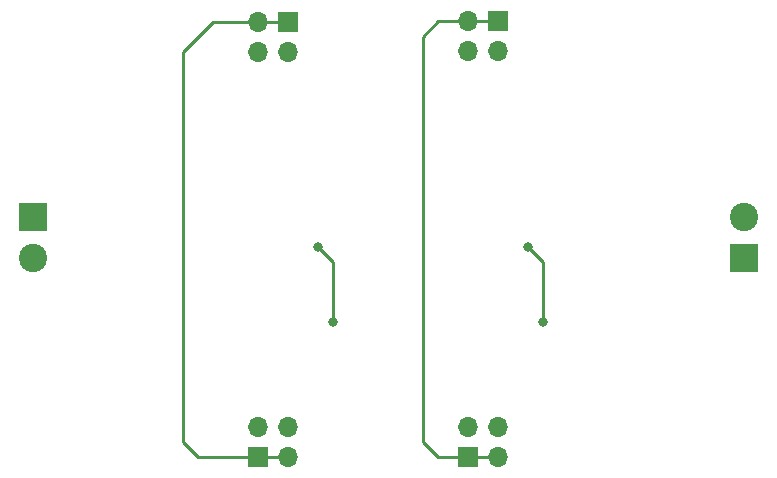
<source format=gbr>
%TF.GenerationSoftware,KiCad,Pcbnew,6.0.0-rc2-unknown-160328abc7~144~ubuntu21.10.1*%
%TF.CreationDate,2021-12-28T14:59:46+01:00*%
%TF.ProjectId,AbcTestBoard,41626354-6573-4744-926f-6172642e6b69,rev?*%
%TF.SameCoordinates,Original*%
%TF.FileFunction,Copper,L2,Bot*%
%TF.FilePolarity,Positive*%
%FSLAX46Y46*%
G04 Gerber Fmt 4.6, Leading zero omitted, Abs format (unit mm)*
G04 Created by KiCad (PCBNEW 6.0.0-rc2-unknown-160328abc7~144~ubuntu21.10.1) date 2021-12-28 14:59:46*
%MOMM*%
%LPD*%
G01*
G04 APERTURE LIST*
%TA.AperFunction,ComponentPad*%
%ADD10R,1.700000X1.700000*%
%TD*%
%TA.AperFunction,ComponentPad*%
%ADD11O,1.700000X1.700000*%
%TD*%
%TA.AperFunction,ComponentPad*%
%ADD12R,2.400000X2.400000*%
%TD*%
%TA.AperFunction,ComponentPad*%
%ADD13C,2.400000*%
%TD*%
%TA.AperFunction,ViaPad*%
%ADD14C,0.800000*%
%TD*%
%TA.AperFunction,Conductor*%
%ADD15C,0.250000*%
%TD*%
G04 APERTURE END LIST*
D10*
%TO.P,J2,1,Pin_1*%
%TO.N,/DCC_HIGH*%
X63495000Y-104145000D03*
D11*
%TO.P,J2,2,Pin_2*%
%TO.N,Net-(J2-Pad2)*%
X63495000Y-101605000D03*
%TO.P,J2,3,Pin_3*%
%TO.N,/DCC_HIGH*%
X66035000Y-104145000D03*
%TO.P,J2,4,Pin_4*%
%TO.N,Net-(J2-Pad2)*%
X66035000Y-101605000D03*
%TD*%
D12*
%TO.P,J5,1,Pin_1*%
%TO.N,/J_IN*%
X44450000Y-83820000D03*
D13*
%TO.P,J5,2,Pin_2*%
%TO.N,/K_IN*%
X44450000Y-87320000D03*
%TD*%
D10*
%TO.P,J1,1,Pin_1*%
%TO.N,/DCC_HIGH*%
X66045000Y-67310000D03*
D11*
%TO.P,J1,2,Pin_2*%
%TO.N,Net-(J1-Pad2)*%
X66045000Y-69850000D03*
%TO.P,J1,3,Pin_3*%
%TO.N,/DCC_HIGH*%
X63505000Y-67310000D03*
%TO.P,J1,4,Pin_4*%
%TO.N,Net-(J1-Pad2)*%
X63505000Y-69850000D03*
%TD*%
D10*
%TO.P,J3,1,Pin_1*%
%TO.N,/DCC_LOW*%
X83825000Y-67305000D03*
D11*
%TO.P,J3,2,Pin_2*%
%TO.N,Net-(J3-Pad2)*%
X83825000Y-69845000D03*
%TO.P,J3,3,Pin_3*%
%TO.N,/DCC_LOW*%
X81285000Y-67305000D03*
%TO.P,J3,4,Pin_4*%
%TO.N,Net-(J3-Pad2)*%
X81285000Y-69845000D03*
%TD*%
D10*
%TO.P,J4,1,Pin_1*%
%TO.N,/DCC_LOW*%
X81275000Y-104140000D03*
D11*
%TO.P,J4,2,Pin_2*%
%TO.N,Net-(J4-Pad2)*%
X81275000Y-101600000D03*
%TO.P,J4,3,Pin_3*%
%TO.N,/DCC_LOW*%
X83815000Y-104140000D03*
%TO.P,J4,4,Pin_4*%
%TO.N,Net-(J4-Pad2)*%
X83815000Y-101600000D03*
%TD*%
D12*
%TO.P,J6,1,Pin_1*%
%TO.N,/K_OUT*%
X104710000Y-87320000D03*
D13*
%TO.P,J6,2,Pin_2*%
%TO.N,/J_OUT*%
X104710000Y-83820000D03*
%TD*%
D14*
%TO.N,Net-(Q2-Pad1)*%
X68580000Y-86360000D03*
X69850000Y-92710000D03*
%TO.N,Net-(Q4-Pad1)*%
X86360000Y-86360000D03*
X87630000Y-92710000D03*
%TD*%
D15*
%TO.N,Net-(Q2-Pad1)*%
X69850000Y-92710000D02*
X69850000Y-87630000D01*
X69850000Y-87630000D02*
X68580000Y-86360000D01*
%TO.N,Net-(Q4-Pad1)*%
X87630000Y-92710000D02*
X87630000Y-87630000D01*
X87630000Y-87630000D02*
X86360000Y-86360000D01*
%TO.N,/DCC_HIGH*%
X57150000Y-69850000D02*
X57150000Y-102870000D01*
X58425000Y-104145000D02*
X66035000Y-104145000D01*
X63505000Y-67310000D02*
X59690000Y-67310000D01*
X59690000Y-67310000D02*
X57150000Y-69850000D01*
X57150000Y-102870000D02*
X58425000Y-104145000D01*
X66045000Y-67310000D02*
X63505000Y-67310000D01*
%TO.N,/DCC_LOW*%
X77470000Y-68580000D02*
X78745000Y-67305000D01*
X81285000Y-67305000D02*
X83825000Y-67305000D01*
X83815000Y-104140000D02*
X81275000Y-104140000D01*
X78740000Y-104140000D02*
X77470000Y-102870000D01*
X78745000Y-67305000D02*
X81285000Y-67305000D01*
X77470000Y-102870000D02*
X77470000Y-68580000D01*
X81275000Y-104140000D02*
X78740000Y-104140000D01*
%TD*%
M02*

</source>
